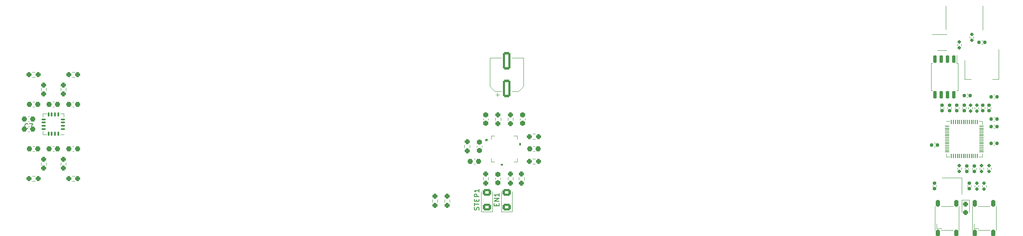
<source format=gbr>
%TF.GenerationSoftware,KiCad,Pcbnew,(6.0.6)*%
%TF.CreationDate,2022-07-03T21:37:38+02:00*%
%TF.ProjectId,stencil,7374656e-6369-46c2-9e6b-696361645f70,rev?*%
%TF.SameCoordinates,Original*%
%TF.FileFunction,Legend,Top*%
%TF.FilePolarity,Positive*%
%FSLAX46Y46*%
G04 Gerber Fmt 4.6, Leading zero omitted, Abs format (unit mm)*
G04 Created by KiCad (PCBNEW (6.0.6)) date 2022-07-03 21:37:38*
%MOMM*%
%LPD*%
G01*
G04 APERTURE LIST*
G04 Aperture macros list*
%AMRoundRect*
0 Rectangle with rounded corners*
0 $1 Rounding radius*
0 $2 $3 $4 $5 $6 $7 $8 $9 X,Y pos of 4 corners*
0 Add a 4 corners polygon primitive as box body*
4,1,4,$2,$3,$4,$5,$6,$7,$8,$9,$2,$3,0*
0 Add four circle primitives for the rounded corners*
1,1,$1+$1,$2,$3*
1,1,$1+$1,$4,$5*
1,1,$1+$1,$6,$7*
1,1,$1+$1,$8,$9*
0 Add four rect primitives between the rounded corners*
20,1,$1+$1,$2,$3,$4,$5,0*
20,1,$1+$1,$4,$5,$6,$7,0*
20,1,$1+$1,$6,$7,$8,$9,0*
20,1,$1+$1,$8,$9,$2,$3,0*%
G04 Aperture macros list end*
%ADD10C,0.150000*%
%ADD11C,0.120000*%
%ADD12C,0.100000*%
%ADD13RoundRect,0.155000X-0.212500X-0.155000X0.212500X-0.155000X0.212500X0.155000X-0.212500X0.155000X0*%
%ADD14RoundRect,0.155000X0.155000X-0.212500X0.155000X0.212500X-0.155000X0.212500X-0.155000X-0.212500X0*%
%ADD15RoundRect,0.237500X-0.300000X-0.237500X0.300000X-0.237500X0.300000X0.237500X-0.300000X0.237500X0*%
%ADD16RoundRect,0.160000X0.160000X-0.197500X0.160000X0.197500X-0.160000X0.197500X-0.160000X-0.197500X0*%
%ADD17RoundRect,0.237500X0.237500X-0.250000X0.237500X0.250000X-0.237500X0.250000X-0.237500X-0.250000X0*%
%ADD18RoundRect,0.237500X-0.250000X-0.237500X0.250000X-0.237500X0.250000X0.237500X-0.250000X0.237500X0*%
%ADD19RoundRect,0.237500X-0.237500X0.250000X-0.237500X-0.250000X0.237500X-0.250000X0.237500X0.250000X0*%
%ADD20RoundRect,0.237500X0.300000X0.237500X-0.300000X0.237500X-0.300000X-0.237500X0.300000X-0.237500X0*%
%ADD21RoundRect,0.250001X0.624999X-0.462499X0.624999X0.462499X-0.624999X0.462499X-0.624999X-0.462499X0*%
%ADD22RoundRect,0.160000X-0.160000X0.197500X-0.160000X-0.197500X0.160000X-0.197500X0.160000X0.197500X0*%
%ADD23RoundRect,0.237500X-0.237500X0.287500X-0.237500X-0.287500X0.237500X-0.287500X0.237500X0.287500X0*%
%ADD24RoundRect,0.225000X0.225000X-0.475000X0.225000X0.475000X-0.225000X0.475000X-0.225000X-0.475000X0*%
%ADD25R,1.560000X0.650000*%
%ADD26R,0.400000X1.350000*%
%ADD27R,0.900000X1.700000*%
%ADD28C,0.550000*%
%ADD29RoundRect,0.237500X0.250000X0.237500X-0.250000X0.237500X-0.250000X-0.237500X0.250000X-0.237500X0*%
%ADD30RoundRect,0.150000X-0.150000X0.650000X-0.150000X-0.650000X0.150000X-0.650000X0.150000X0.650000X0*%
%ADD31RoundRect,0.087500X0.325000X0.087500X-0.325000X0.087500X-0.325000X-0.087500X0.325000X-0.087500X0*%
%ADD32RoundRect,0.087500X0.087500X0.325000X-0.087500X0.325000X-0.087500X-0.325000X0.087500X-0.325000X0*%
%ADD33R,2.700000X2.700000*%
%ADD34RoundRect,0.237500X0.237500X-0.300000X0.237500X0.300000X-0.237500X0.300000X-0.237500X-0.300000X0*%
%ADD35R,0.909599X0.254800*%
%ADD36R,0.254800X0.909599*%
%ADD37R,3.098800X3.098800*%
%ADD38RoundRect,0.050000X-0.387500X-0.050000X0.387500X-0.050000X0.387500X0.050000X-0.387500X0.050000X0*%
%ADD39RoundRect,0.050000X-0.050000X-0.387500X0.050000X-0.387500X0.050000X0.387500X-0.050000X0.387500X0*%
%ADD40R,3.200000X3.200000*%
%ADD41RoundRect,0.155000X-0.155000X0.212500X-0.155000X-0.212500X0.155000X-0.212500X0.155000X0.212500X0*%
%ADD42R,1.400000X1.200000*%
%ADD43RoundRect,0.155000X0.212500X0.155000X-0.212500X0.155000X-0.212500X-0.155000X0.212500X-0.155000X0*%
%ADD44R,1.500000X2.000000*%
%ADD45R,3.800000X2.000000*%
%ADD46RoundRect,0.237500X-0.237500X0.300000X-0.237500X-0.300000X0.237500X-0.300000X0.237500X0.300000X0*%
%ADD47RoundRect,0.250000X0.550000X-1.500000X0.550000X1.500000X-0.550000X1.500000X-0.550000X-1.500000X0*%
G04 APERTURE END LIST*
D10*
%TO.C,STEP1*%
X139904761Y-105345238D02*
X139952380Y-105202380D01*
X139952380Y-104964285D01*
X139904761Y-104869047D01*
X139857142Y-104821428D01*
X139761904Y-104773809D01*
X139666666Y-104773809D01*
X139571428Y-104821428D01*
X139523809Y-104869047D01*
X139476190Y-104964285D01*
X139428571Y-105154761D01*
X139380952Y-105250000D01*
X139333333Y-105297619D01*
X139238095Y-105345238D01*
X139142857Y-105345238D01*
X139047619Y-105297619D01*
X139000000Y-105250000D01*
X138952380Y-105154761D01*
X138952380Y-104916666D01*
X139000000Y-104773809D01*
X138952380Y-104488095D02*
X138952380Y-103916666D01*
X139952380Y-104202380D02*
X138952380Y-104202380D01*
X139428571Y-103583333D02*
X139428571Y-103250000D01*
X139952380Y-103107142D02*
X139952380Y-103583333D01*
X138952380Y-103583333D01*
X138952380Y-103107142D01*
X139952380Y-102678571D02*
X138952380Y-102678571D01*
X138952380Y-102297619D01*
X139000000Y-102202380D01*
X139047619Y-102154761D01*
X139142857Y-102107142D01*
X139285714Y-102107142D01*
X139380952Y-102154761D01*
X139428571Y-102202380D01*
X139476190Y-102297619D01*
X139476190Y-102678571D01*
X139952380Y-101154761D02*
X139952380Y-101726190D01*
X139952380Y-101440476D02*
X138952380Y-101440476D01*
X139095238Y-101535714D01*
X139190476Y-101630952D01*
X139238095Y-101726190D01*
%TO.C,U1*%
X141410700Y-90952380D02*
X141410700Y-91190476D01*
X141172604Y-91095238D02*
X141410700Y-91190476D01*
X141648795Y-91095238D01*
X141267842Y-91380952D02*
X141410700Y-91190476D01*
X141553557Y-91380952D01*
%TO.C,C7*%
X48833333Y-88787142D02*
X48785714Y-88834761D01*
X48642857Y-88882380D01*
X48547619Y-88882380D01*
X48404761Y-88834761D01*
X48309523Y-88739523D01*
X48261904Y-88644285D01*
X48214285Y-88453809D01*
X48214285Y-88310952D01*
X48261904Y-88120476D01*
X48309523Y-88025238D01*
X48404761Y-87930000D01*
X48547619Y-87882380D01*
X48642857Y-87882380D01*
X48785714Y-87930000D01*
X48833333Y-87977619D01*
X49166666Y-87882380D02*
X49833333Y-87882380D01*
X49404761Y-88882380D01*
%TO.C,EN1*%
X143428571Y-104464285D02*
X143428571Y-104130952D01*
X143952380Y-103988095D02*
X143952380Y-104464285D01*
X142952380Y-104464285D01*
X142952380Y-103988095D01*
X143952380Y-103559523D02*
X142952380Y-103559523D01*
X143952380Y-102988095D01*
X142952380Y-102988095D01*
X143952380Y-101988095D02*
X143952380Y-102559523D01*
X143952380Y-102273809D02*
X142952380Y-102273809D01*
X143095238Y-102369047D01*
X143190476Y-102464285D01*
X143238095Y-102559523D01*
D11*
%TO.C,C15*%
X243759165Y-82100000D02*
X243990835Y-82100000D01*
X243759165Y-82820000D02*
X243990835Y-82820000D01*
%TO.C,C11*%
X234515000Y-84865835D02*
X234515000Y-84634165D01*
X235235000Y-84865835D02*
X235235000Y-84634165D01*
%TO.C,C3*%
X57853733Y-83490000D02*
X58146267Y-83490000D01*
X57853733Y-84510000D02*
X58146267Y-84510000D01*
%TO.C,C8*%
X236735000Y-84865835D02*
X236735000Y-84634165D01*
X236015000Y-84865835D02*
X236015000Y-84634165D01*
%TO.C,R5*%
X240995000Y-97167621D02*
X240995000Y-96832379D01*
X241755000Y-97167621D02*
X241755000Y-96832379D01*
%TO.C,C16*%
X238359165Y-82610000D02*
X238590835Y-82610000D01*
X238359165Y-81890000D02*
X238590835Y-81890000D01*
%TO.C,R7*%
X146772500Y-99254724D02*
X146772500Y-98745276D01*
X145727500Y-99254724D02*
X145727500Y-98745276D01*
%TO.C,C13*%
X243759165Y-91540000D02*
X243990835Y-91540000D01*
X243759165Y-92260000D02*
X243990835Y-92260000D01*
%TO.C,R1*%
X49745276Y-77477500D02*
X50254724Y-77477500D01*
X49745276Y-78522500D02*
X50254724Y-78522500D01*
%TO.C,R9*%
X132977500Y-103754724D02*
X132977500Y-103245276D01*
X134022500Y-103754724D02*
X134022500Y-103245276D01*
%TO.C,R7*%
X55477500Y-96254724D02*
X55477500Y-95745276D01*
X56522500Y-96254724D02*
X56522500Y-95745276D01*
%TO.C,R6*%
X56522500Y-80745276D02*
X56522500Y-81254724D01*
X55477500Y-80745276D02*
X55477500Y-81254724D01*
%TO.C,C5*%
X54146267Y-92490000D02*
X53853733Y-92490000D01*
X54146267Y-93510000D02*
X53853733Y-93510000D01*
%TO.C,C4*%
X58146267Y-93510000D02*
X57853733Y-93510000D01*
X58146267Y-92490000D02*
X57853733Y-92490000D01*
%TO.C,STEP1*%
X140365000Y-105710000D02*
X142635000Y-105710000D01*
X140365000Y-101650000D02*
X140365000Y-105710000D01*
X142635000Y-105710000D02*
X142635000Y-101650000D01*
%TO.C,FB1*%
X238995000Y-70332379D02*
X238995000Y-70667621D01*
X239755000Y-70332379D02*
X239755000Y-70667621D01*
%TO.C,D1*%
X238860000Y-103340000D02*
X237390000Y-103340000D01*
X238860000Y-105800000D02*
X238860000Y-103340000D01*
X237390000Y-103340000D02*
X237390000Y-105800000D01*
%TO.C,SW2*%
X239475000Y-109400000D02*
X239475000Y-104600000D01*
X244275000Y-109400000D02*
X244275000Y-104600000D01*
X243075000Y-104600000D02*
X240675000Y-104600000D01*
X243075000Y-109400000D02*
X240675000Y-109400000D01*
X240775000Y-109100000D02*
X239775000Y-109100000D01*
X239775000Y-109100000D02*
X239775000Y-108100000D01*
%TO.C,U2*%
X232475000Y-73110000D02*
X234275000Y-73110000D01*
X234275000Y-69890000D02*
X231325000Y-69890000D01*
%TO.C,C10*%
X237515000Y-84865835D02*
X237515000Y-84634165D01*
X238235000Y-84865835D02*
X238235000Y-84634165D01*
%TO.C,R8*%
X140727500Y-98745276D02*
X140727500Y-99254724D01*
X141772500Y-98745276D02*
X141772500Y-99254724D01*
%TO.C,R1*%
X239995000Y-100667621D02*
X239995000Y-100332379D01*
X240755000Y-100667621D02*
X240755000Y-100332379D01*
%TO.C,J3*%
X241575000Y-64100000D02*
X241575000Y-68900000D01*
X234175000Y-64150000D02*
X234175000Y-68850000D01*
%TO.C,R5*%
X151254724Y-89977500D02*
X150745276Y-89977500D01*
X151254724Y-91022500D02*
X150745276Y-91022500D01*
%TO.C,U4*%
X236600000Y-81250000D02*
X236340000Y-81250000D01*
X236600000Y-75750000D02*
X236340000Y-75750000D01*
X231150000Y-75750000D02*
X231410000Y-75750000D01*
X231150000Y-78500000D02*
X231150000Y-81250000D01*
X236600000Y-78500000D02*
X236600000Y-75750000D01*
X236340000Y-75750000D02*
X236340000Y-74100000D01*
X231150000Y-81250000D02*
X231410000Y-81250000D01*
X236600000Y-78500000D02*
X236600000Y-81250000D01*
X231150000Y-78500000D02*
X231150000Y-75750000D01*
%TO.C,R2*%
X143227500Y-87254724D02*
X143227500Y-86745276D01*
X144272500Y-87254724D02*
X144272500Y-86745276D01*
%TO.C,R3*%
X242495000Y-97167621D02*
X242495000Y-96832379D01*
X243255000Y-97167621D02*
X243255000Y-96832379D01*
%TO.C,U1*%
X52590000Y-90110000D02*
X51890000Y-90110000D01*
X52590000Y-85890000D02*
X51890000Y-85890000D01*
X56110000Y-85890000D02*
X56110000Y-86590000D01*
X55410000Y-85890000D02*
X56110000Y-85890000D01*
X51890000Y-85890000D02*
X51890000Y-86590000D01*
X55410000Y-90110000D02*
X56110000Y-90110000D01*
X51890000Y-90110000D02*
X51890000Y-89410000D01*
%TO.C,R3*%
X58254724Y-98477500D02*
X57745276Y-98477500D01*
X58254724Y-99522500D02*
X57745276Y-99522500D01*
%TO.C,C6*%
X148240000Y-87146267D02*
X148240000Y-86853733D01*
X149260000Y-87146267D02*
X149260000Y-86853733D01*
%TO.C,U1*%
X147628900Y-95628900D02*
X147628900Y-94960140D01*
X146960140Y-95628900D02*
X147628900Y-95628900D01*
X142371100Y-94960140D02*
X142371100Y-95628900D01*
X147628900Y-91039860D02*
X147628900Y-90371100D01*
X142371100Y-90371100D02*
X142371100Y-91039860D01*
X143039860Y-90371100D02*
X142371100Y-90371100D01*
X142371100Y-95628900D02*
X143039860Y-95628900D01*
X147628900Y-90371100D02*
X146960140Y-90371100D01*
G36*
X148309899Y-92190499D02*
G01*
X148055899Y-92190499D01*
X148055899Y-91809499D01*
X148309899Y-91809499D01*
X148309899Y-92190499D01*
G37*
D12*
X148309899Y-92190499D02*
X148055899Y-92190499D01*
X148055899Y-91809499D01*
X148309899Y-91809499D01*
X148309899Y-92190499D01*
G36*
X144690501Y-96309899D02*
G01*
X144309501Y-96309899D01*
X144309501Y-96055899D01*
X144690501Y-96055899D01*
X144690501Y-96309899D01*
G37*
X144690501Y-96309899D02*
X144309501Y-96309899D01*
X144309501Y-96055899D01*
X144690501Y-96055899D01*
X144690501Y-96309899D01*
D11*
%TO.C,R4*%
X150745276Y-96022500D02*
X151254724Y-96022500D01*
X150745276Y-94977500D02*
X151254724Y-94977500D01*
%TO.C,R2*%
X57745276Y-77477500D02*
X58254724Y-77477500D01*
X57745276Y-78522500D02*
X58254724Y-78522500D01*
%TO.C,C4*%
X243759165Y-88140000D02*
X243990835Y-88140000D01*
X243759165Y-88860000D02*
X243990835Y-88860000D01*
%TO.C,R4*%
X50254724Y-98477500D02*
X49745276Y-98477500D01*
X50254724Y-99522500D02*
X49745276Y-99522500D01*
%TO.C,U1*%
X234265000Y-94610000D02*
X234265000Y-93960000D01*
X240835000Y-87390000D02*
X241485000Y-87390000D01*
X241485000Y-87390000D02*
X241485000Y-88040000D01*
X241485000Y-94610000D02*
X241485000Y-93960000D01*
X234915000Y-87390000D02*
X234265000Y-87390000D01*
X234915000Y-94610000D02*
X234265000Y-94610000D01*
X240835000Y-94610000D02*
X241485000Y-94610000D01*
%TO.C,C4*%
X150853733Y-92490000D02*
X151146267Y-92490000D01*
X150853733Y-93510000D02*
X151146267Y-93510000D01*
%TO.C,C2*%
X243235000Y-84865835D02*
X243235000Y-84634165D01*
X242515000Y-84865835D02*
X242515000Y-84634165D01*
%TO.C,C9*%
X239515000Y-96884165D02*
X239515000Y-97115835D01*
X240235000Y-96884165D02*
X240235000Y-97115835D01*
%TO.C,R2*%
X239995000Y-84582379D02*
X239995000Y-84917621D01*
X240755000Y-84582379D02*
X240755000Y-84917621D01*
%TO.C,C3*%
X233015000Y-84865835D02*
X233015000Y-84634165D01*
X233735000Y-84865835D02*
X233735000Y-84634165D01*
%TO.C,Y1*%
X237375000Y-102150000D02*
X237375000Y-98850000D01*
X237375000Y-98850000D02*
X233375000Y-98850000D01*
%TO.C,SW1*%
X233275000Y-109100000D02*
X232275000Y-109100000D01*
X235575000Y-104600000D02*
X233175000Y-104600000D01*
X231975000Y-109400000D02*
X231975000Y-104600000D01*
X236775000Y-109400000D02*
X236775000Y-104600000D01*
X235575000Y-109400000D02*
X233175000Y-109400000D01*
X232275000Y-109100000D02*
X232275000Y-108100000D01*
%TO.C,C3*%
X139146267Y-94990000D02*
X138853733Y-94990000D01*
X139146267Y-96010000D02*
X138853733Y-96010000D01*
%TO.C,C17*%
X231990835Y-91840000D02*
X231759165Y-91840000D01*
X231990835Y-92560000D02*
X231759165Y-92560000D01*
%TO.C,C8*%
X49146267Y-89510000D02*
X48853733Y-89510000D01*
X49146267Y-88490000D02*
X48853733Y-88490000D01*
%TO.C,R8*%
X51477500Y-96254724D02*
X51477500Y-95745276D01*
X52522500Y-96254724D02*
X52522500Y-95745276D01*
%TO.C,C5*%
X232235000Y-100384165D02*
X232235000Y-100615835D01*
X231515000Y-100384165D02*
X231515000Y-100615835D01*
X141760000Y-87146267D02*
X141760000Y-86853733D01*
X140740000Y-87146267D02*
X140740000Y-86853733D01*
%TO.C,C1*%
X243759165Y-87360000D02*
X243990835Y-87360000D01*
X243759165Y-86640000D02*
X243990835Y-86640000D01*
%TO.C,R6*%
X242255000Y-100667621D02*
X242255000Y-100332379D01*
X241495000Y-100667621D02*
X241495000Y-100332379D01*
%TO.C,C14*%
X241326665Y-71860000D02*
X241558335Y-71860000D01*
X241326665Y-71140000D02*
X241558335Y-71140000D01*
%TO.C,C2*%
X139490000Y-92646267D02*
X139490000Y-92353733D01*
X140510000Y-92646267D02*
X140510000Y-92353733D01*
%TO.C,U3*%
X237965000Y-75150000D02*
X237965000Y-78910000D01*
X244785000Y-78910000D02*
X243525000Y-78910000D01*
X237965000Y-78910000D02*
X239225000Y-78910000D01*
X244785000Y-72900000D02*
X244785000Y-78910000D01*
%TO.C,R7*%
X237255000Y-71832379D02*
X237255000Y-72167621D01*
X236495000Y-71832379D02*
X236495000Y-72167621D01*
%TO.C,R1*%
X136977500Y-92754724D02*
X136977500Y-92245276D01*
X138022500Y-92754724D02*
X138022500Y-92245276D01*
%TO.C,C7*%
X238015000Y-96884165D02*
X238015000Y-97115835D01*
X238735000Y-96884165D02*
X238735000Y-97115835D01*
X49146267Y-87510000D02*
X48853733Y-87510000D01*
X49146267Y-86490000D02*
X48853733Y-86490000D01*
%TO.C,C12*%
X241985000Y-84865835D02*
X241985000Y-84634165D01*
X241265000Y-84865835D02*
X241265000Y-84634165D01*
%TO.C,R10*%
X130477500Y-103245276D02*
X130477500Y-103754724D01*
X131522500Y-103245276D02*
X131522500Y-103754724D01*
%TO.C,R4*%
X239505000Y-84582379D02*
X239505000Y-84917621D01*
X238745000Y-84582379D02*
X238745000Y-84917621D01*
%TO.C,C2*%
X53853733Y-84510000D02*
X54146267Y-84510000D01*
X53853733Y-83490000D02*
X54146267Y-83490000D01*
%TO.C,C1*%
X49853733Y-84510000D02*
X50146267Y-84510000D01*
X49853733Y-83490000D02*
X50146267Y-83490000D01*
%TO.C,R6*%
X147977500Y-98745276D02*
X147977500Y-99254724D01*
X149022500Y-98745276D02*
X149022500Y-99254724D01*
%TO.C,EN1*%
X144365000Y-101650000D02*
X144365000Y-105710000D01*
X146635000Y-105710000D02*
X146635000Y-101650000D01*
X144365000Y-105710000D02*
X146635000Y-105710000D01*
%TO.C,R5*%
X52522500Y-80745276D02*
X52522500Y-81254724D01*
X51477500Y-80745276D02*
X51477500Y-81254724D01*
%TO.C,C6*%
X238515000Y-100384165D02*
X238515000Y-100615835D01*
X239235000Y-100384165D02*
X239235000Y-100615835D01*
%TO.C,R3*%
X146772500Y-86745276D02*
X146772500Y-87254724D01*
X145727500Y-86745276D02*
X145727500Y-87254724D01*
%TO.C,C1*%
X144260000Y-98853733D02*
X144260000Y-99146267D01*
X143240000Y-98853733D02*
X143240000Y-99146267D01*
%TO.C,C7*%
X147845563Y-81410000D02*
X146560000Y-81410000D01*
X143652500Y-82437500D02*
X143652500Y-81650000D01*
X148910000Y-74590000D02*
X146560000Y-74590000D01*
X143258750Y-82043750D02*
X144046250Y-82043750D01*
X143154437Y-81410000D02*
X144440000Y-81410000D01*
X143154437Y-81410000D02*
X142090000Y-80345563D01*
X142090000Y-80345563D02*
X142090000Y-74590000D01*
X142090000Y-74590000D02*
X144440000Y-74590000D01*
X148910000Y-80345563D02*
X148910000Y-74590000D01*
X147845563Y-81410000D02*
X148910000Y-80345563D01*
%TO.C,R8*%
X237255000Y-97167621D02*
X237255000Y-96832379D01*
X236495000Y-97167621D02*
X236495000Y-96832379D01*
%TO.C,C6*%
X50146267Y-93510000D02*
X49853733Y-93510000D01*
X50146267Y-92490000D02*
X49853733Y-92490000D01*
%TD*%
%LPC*%
D13*
%TO.C,C15*%
X243307500Y-82460000D03*
X244442500Y-82460000D03*
%TD*%
D14*
%TO.C,C11*%
X234875000Y-85317500D03*
X234875000Y-84182500D03*
%TD*%
D15*
%TO.C,C3*%
X57137500Y-84000000D03*
X58862500Y-84000000D03*
%TD*%
D14*
%TO.C,C8*%
X236375000Y-85317500D03*
X236375000Y-84182500D03*
%TD*%
D16*
%TO.C,R5*%
X241375000Y-97597500D03*
X241375000Y-96402500D03*
%TD*%
D13*
%TO.C,C16*%
X237907500Y-82250000D03*
X239042500Y-82250000D03*
%TD*%
D17*
%TO.C,R7*%
X146250000Y-99912500D03*
X146250000Y-98087500D03*
%TD*%
D13*
%TO.C,C13*%
X243307500Y-91900000D03*
X244442500Y-91900000D03*
%TD*%
D18*
%TO.C,R1*%
X49087500Y-78000000D03*
X50912500Y-78000000D03*
%TD*%
D17*
%TO.C,R9*%
X133500000Y-104412500D03*
X133500000Y-102587500D03*
%TD*%
%TO.C,R7*%
X56000000Y-96912500D03*
X56000000Y-95087500D03*
%TD*%
D19*
%TO.C,R6*%
X56000000Y-80087500D03*
X56000000Y-81912500D03*
%TD*%
D20*
%TO.C,C5*%
X54862500Y-93000000D03*
X53137500Y-93000000D03*
%TD*%
%TO.C,C4*%
X58862500Y-93000000D03*
X57137500Y-93000000D03*
%TD*%
D21*
%TO.C,STEP1*%
X141500000Y-104737500D03*
X141500000Y-101762500D03*
%TD*%
D22*
%TO.C,FB1*%
X239375000Y-69902500D03*
X239375000Y-71097500D03*
%TD*%
D23*
%TO.C,D1*%
X238125000Y-104125000D03*
X238125000Y-105875000D03*
%TD*%
D24*
%TO.C,SW2*%
X240025000Y-110000000D03*
X240025000Y-104000000D03*
X243725000Y-110000000D03*
X243725000Y-104000000D03*
%TD*%
D25*
%TO.C,U2*%
X232025000Y-70550000D03*
X232025000Y-71500000D03*
X232025000Y-72450000D03*
X234725000Y-72450000D03*
X234725000Y-71500000D03*
X234725000Y-70550000D03*
%TD*%
D14*
%TO.C,C10*%
X237875000Y-85317500D03*
X237875000Y-84182500D03*
%TD*%
D19*
%TO.C,R8*%
X141250000Y-98087500D03*
X141250000Y-99912500D03*
%TD*%
D16*
%TO.C,R1*%
X240375000Y-101097500D03*
X240375000Y-99902500D03*
%TD*%
D26*
%TO.C,J3*%
X239175000Y-68225000D03*
X238525000Y-68225000D03*
X237875000Y-68225000D03*
X237225000Y-68225000D03*
X236575000Y-68225000D03*
D27*
X235050000Y-65550000D03*
D28*
X235875000Y-67700000D03*
X239875000Y-67700000D03*
D27*
X240700000Y-65550000D03*
%TD*%
D29*
%TO.C,R5*%
X151912500Y-90500000D03*
X150087500Y-90500000D03*
%TD*%
D30*
%TO.C,U4*%
X235780000Y-74900000D03*
X234510000Y-74900000D03*
X233240000Y-74900000D03*
X231970000Y-74900000D03*
X231970000Y-82100000D03*
X233240000Y-82100000D03*
X234510000Y-82100000D03*
X235780000Y-82100000D03*
%TD*%
D17*
%TO.C,R2*%
X143750000Y-87912500D03*
X143750000Y-86087500D03*
%TD*%
D16*
%TO.C,R3*%
X242875000Y-97597500D03*
X242875000Y-96402500D03*
%TD*%
D31*
%TO.C,U1*%
X55962500Y-88975000D03*
X55962500Y-88325000D03*
X55962500Y-87675000D03*
X55962500Y-87025000D03*
D32*
X54975000Y-86037500D03*
X54325000Y-86037500D03*
X53675000Y-86037500D03*
X53025000Y-86037500D03*
D31*
X52037500Y-87025000D03*
X52037500Y-87675000D03*
X52037500Y-88325000D03*
X52037500Y-88975000D03*
D32*
X53025000Y-89962500D03*
X53675000Y-89962500D03*
X54325000Y-89962500D03*
X54975000Y-89962500D03*
D33*
X54000000Y-88000000D03*
%TD*%
D29*
%TO.C,R3*%
X58912500Y-99000000D03*
X57087500Y-99000000D03*
%TD*%
D34*
%TO.C,C6*%
X148750000Y-87862500D03*
X148750000Y-86137500D03*
%TD*%
D35*
%TO.C,U1*%
X142652900Y-91500000D03*
X142652900Y-91999999D03*
X142652900Y-92500001D03*
X142652900Y-93000000D03*
X142652900Y-93499999D03*
X142652900Y-94000001D03*
X142652900Y-94500000D03*
D36*
X143500000Y-95347100D03*
X143999999Y-95347100D03*
X144500001Y-95347100D03*
X145000000Y-95347100D03*
X145499999Y-95347100D03*
X146000001Y-95347100D03*
X146500000Y-95347100D03*
D35*
X147347100Y-94500000D03*
X147347100Y-94000001D03*
X147347100Y-93499999D03*
X147347100Y-93000000D03*
X147347100Y-92500001D03*
X147347100Y-91999999D03*
X147347100Y-91500000D03*
D36*
X146500000Y-90652900D03*
X146000001Y-90652900D03*
X145499999Y-90652900D03*
X145000000Y-90652900D03*
X144500001Y-90652900D03*
X143999999Y-90652900D03*
X143500000Y-90652900D03*
D37*
X145000000Y-93000000D03*
%TD*%
D18*
%TO.C,R4*%
X150087500Y-95500000D03*
X151912500Y-95500000D03*
%TD*%
%TO.C,R2*%
X57087500Y-78000000D03*
X58912500Y-78000000D03*
%TD*%
D13*
%TO.C,C4*%
X243307500Y-88500000D03*
X244442500Y-88500000D03*
%TD*%
D29*
%TO.C,R4*%
X50912500Y-99000000D03*
X49087500Y-99000000D03*
%TD*%
D38*
%TO.C,U1*%
X234437500Y-88400000D03*
X234437500Y-88800000D03*
X234437500Y-89200000D03*
X234437500Y-89600000D03*
X234437500Y-90000000D03*
X234437500Y-90400000D03*
X234437500Y-90800000D03*
X234437500Y-91200000D03*
X234437500Y-91600000D03*
X234437500Y-92000000D03*
X234437500Y-92400000D03*
X234437500Y-92800000D03*
X234437500Y-93200000D03*
X234437500Y-93600000D03*
D39*
X235275000Y-94437500D03*
X235675000Y-94437500D03*
X236075000Y-94437500D03*
X236475000Y-94437500D03*
X236875000Y-94437500D03*
X237275000Y-94437500D03*
X237675000Y-94437500D03*
X238075000Y-94437500D03*
X238475000Y-94437500D03*
X238875000Y-94437500D03*
X239275000Y-94437500D03*
X239675000Y-94437500D03*
X240075000Y-94437500D03*
X240475000Y-94437500D03*
D38*
X241312500Y-93600000D03*
X241312500Y-93200000D03*
X241312500Y-92800000D03*
X241312500Y-92400000D03*
X241312500Y-92000000D03*
X241312500Y-91600000D03*
X241312500Y-91200000D03*
X241312500Y-90800000D03*
X241312500Y-90400000D03*
X241312500Y-90000000D03*
X241312500Y-89600000D03*
X241312500Y-89200000D03*
X241312500Y-88800000D03*
X241312500Y-88400000D03*
D39*
X240475000Y-87562500D03*
X240075000Y-87562500D03*
X239675000Y-87562500D03*
X239275000Y-87562500D03*
X238875000Y-87562500D03*
X238475000Y-87562500D03*
X238075000Y-87562500D03*
X237675000Y-87562500D03*
X237275000Y-87562500D03*
X236875000Y-87562500D03*
X236475000Y-87562500D03*
X236075000Y-87562500D03*
X235675000Y-87562500D03*
X235275000Y-87562500D03*
D40*
X237875000Y-91000000D03*
%TD*%
D15*
%TO.C,C4*%
X150137500Y-93000000D03*
X151862500Y-93000000D03*
%TD*%
D14*
%TO.C,C2*%
X242875000Y-85317500D03*
X242875000Y-84182500D03*
%TD*%
D41*
%TO.C,C9*%
X239875000Y-96432500D03*
X239875000Y-97567500D03*
%TD*%
D22*
%TO.C,R2*%
X240375000Y-84152500D03*
X240375000Y-85347500D03*
%TD*%
D14*
%TO.C,C3*%
X233375000Y-85317500D03*
X233375000Y-84182500D03*
%TD*%
D42*
%TO.C,Y1*%
X236475000Y-99650000D03*
X234275000Y-99650000D03*
X234275000Y-101350000D03*
X236475000Y-101350000D03*
%TD*%
D24*
%TO.C,SW1*%
X232525000Y-110000000D03*
X232525000Y-104000000D03*
X236225000Y-110000000D03*
X236225000Y-104000000D03*
%TD*%
D20*
%TO.C,C3*%
X139862500Y-95500000D03*
X138137500Y-95500000D03*
%TD*%
D43*
%TO.C,C17*%
X232442500Y-92200000D03*
X231307500Y-92200000D03*
%TD*%
D20*
%TO.C,C8*%
X49862500Y-89000000D03*
X48137500Y-89000000D03*
%TD*%
D17*
%TO.C,R8*%
X52000000Y-96912500D03*
X52000000Y-95087500D03*
%TD*%
D41*
%TO.C,C5*%
X231875000Y-99932500D03*
X231875000Y-101067500D03*
%TD*%
D34*
%TO.C,C5*%
X141250000Y-87862500D03*
X141250000Y-86137500D03*
%TD*%
D13*
%TO.C,C1*%
X243307500Y-87000000D03*
X244442500Y-87000000D03*
%TD*%
D16*
%TO.C,R6*%
X241875000Y-101097500D03*
X241875000Y-99902500D03*
%TD*%
D13*
%TO.C,C14*%
X240875000Y-71500000D03*
X242010000Y-71500000D03*
%TD*%
D34*
%TO.C,C2*%
X140000000Y-93362500D03*
X140000000Y-91637500D03*
%TD*%
D44*
%TO.C,U3*%
X243675000Y-73850000D03*
D45*
X241375000Y-80150000D03*
D44*
X241375000Y-73850000D03*
X239075000Y-73850000D03*
%TD*%
D22*
%TO.C,R7*%
X236875000Y-71402500D03*
X236875000Y-72597500D03*
%TD*%
D17*
%TO.C,R1*%
X137500000Y-93412500D03*
X137500000Y-91587500D03*
%TD*%
D41*
%TO.C,C7*%
X238375000Y-96432500D03*
X238375000Y-97567500D03*
%TD*%
D20*
%TO.C,C7*%
X49862500Y-87000000D03*
X48137500Y-87000000D03*
%TD*%
D14*
%TO.C,C12*%
X241625000Y-85317500D03*
X241625000Y-84182500D03*
%TD*%
D19*
%TO.C,R10*%
X131000000Y-102587500D03*
X131000000Y-104412500D03*
%TD*%
D22*
%TO.C,R4*%
X239125000Y-84152500D03*
X239125000Y-85347500D03*
%TD*%
D15*
%TO.C,C2*%
X53137500Y-84000000D03*
X54862500Y-84000000D03*
%TD*%
%TO.C,C1*%
X49137500Y-84000000D03*
X50862500Y-84000000D03*
%TD*%
D19*
%TO.C,R6*%
X148500000Y-98087500D03*
X148500000Y-99912500D03*
%TD*%
D21*
%TO.C,EN1*%
X145500000Y-104737500D03*
X145500000Y-101762500D03*
%TD*%
D19*
%TO.C,R5*%
X52000000Y-80087500D03*
X52000000Y-81912500D03*
%TD*%
D41*
%TO.C,C6*%
X238875000Y-99932500D03*
X238875000Y-101067500D03*
%TD*%
D19*
%TO.C,R3*%
X146250000Y-86087500D03*
X146250000Y-87912500D03*
%TD*%
D46*
%TO.C,C1*%
X143750000Y-98137500D03*
X143750000Y-99862500D03*
%TD*%
D47*
%TO.C,C7*%
X145500000Y-80800000D03*
X145500000Y-75200000D03*
%TD*%
D16*
%TO.C,R8*%
X236875000Y-97597500D03*
X236875000Y-96402500D03*
%TD*%
D20*
%TO.C,C6*%
X50862500Y-93000000D03*
X49137500Y-93000000D03*
%TD*%
M02*

</source>
